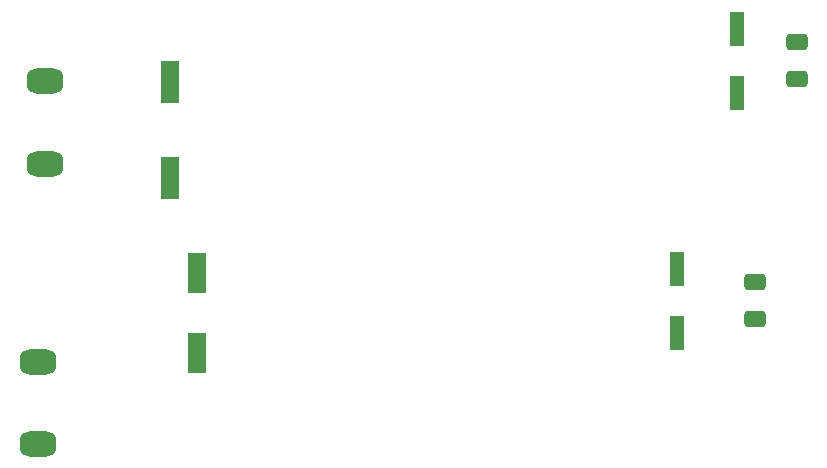
<source format=gbr>
%TF.GenerationSoftware,KiCad,Pcbnew,7.0.8*%
%TF.CreationDate,2024-04-29T16:46:21-06:00*%
%TF.ProjectId,GR-LRR-POWER-PCB-LOW-VOLTAGE,47522d4c-5252-42d5-904f-5745522d5043,rev?*%
%TF.SameCoordinates,Original*%
%TF.FileFunction,Paste,Top*%
%TF.FilePolarity,Positive*%
%FSLAX46Y46*%
G04 Gerber Fmt 4.6, Leading zero omitted, Abs format (unit mm)*
G04 Created by KiCad (PCBNEW 7.0.8) date 2024-04-29 16:46:21*
%MOMM*%
%LPD*%
G01*
G04 APERTURE LIST*
G04 Aperture macros list*
%AMRoundRect*
0 Rectangle with rounded corners*
0 $1 Rounding radius*
0 $2 $3 $4 $5 $6 $7 $8 $9 X,Y pos of 4 corners*
0 Add a 4 corners polygon primitive as box body*
4,1,4,$2,$3,$4,$5,$6,$7,$8,$9,$2,$3,0*
0 Add four circle primitives for the rounded corners*
1,1,$1+$1,$2,$3*
1,1,$1+$1,$4,$5*
1,1,$1+$1,$6,$7*
1,1,$1+$1,$8,$9*
0 Add four rect primitives between the rounded corners*
20,1,$1+$1,$2,$3,$4,$5,0*
20,1,$1+$1,$4,$5,$6,$7,0*
20,1,$1+$1,$6,$7,$8,$9,0*
20,1,$1+$1,$8,$9,$2,$3,0*%
G04 Aperture macros list end*
%ADD10R,1.193800X2.997200*%
%ADD11R,1.498600X3.606800*%
%ADD12RoundRect,0.250000X0.650000X-0.412500X0.650000X0.412500X-0.650000X0.412500X-0.650000X-0.412500X0*%
%ADD13RoundRect,0.850200X-0.709800X0.239800X-0.709800X-0.239800X0.709800X-0.239800X0.709800X0.239800X0*%
%ADD14RoundRect,0.250000X-0.650000X0.412500X-0.650000X-0.412500X0.650000X-0.412500X0.650000X0.412500X0*%
%ADD15R,1.498600X3.505200*%
G04 APERTURE END LIST*
D10*
%TO.C,C6*%
X198262000Y-141433100D03*
X198262000Y-136022900D03*
%TD*%
D11*
%TO.C,C4*%
X155285200Y-120198700D03*
X155285200Y-128301300D03*
%TD*%
D10*
%TO.C,C5*%
X203342000Y-115702900D03*
X203342000Y-121113100D03*
%TD*%
D12*
%TO.C,C2*%
X204866000Y-140252000D03*
X204866000Y-137127000D03*
%TD*%
D13*
%TO.C,D1*%
X144769600Y-127116100D03*
X144769600Y-120146100D03*
%TD*%
%TO.C,D2*%
X144160000Y-150849000D03*
X144160000Y-143879000D03*
%TD*%
D14*
%TO.C,C1*%
X208422000Y-116845500D03*
X208422000Y-119970500D03*
%TD*%
D15*
%TO.C,C3*%
X157596600Y-136353100D03*
X157596600Y-143160300D03*
%TD*%
M02*

</source>
